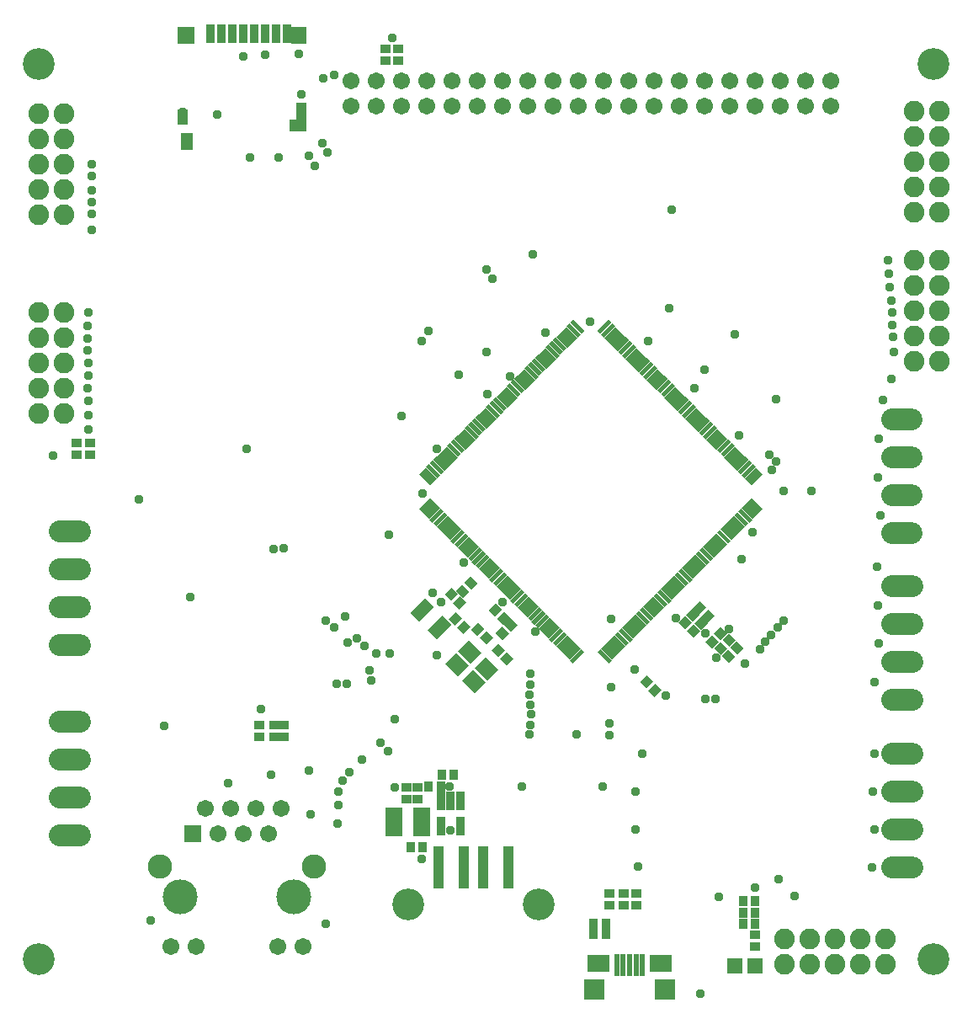
<source format=gbr>
G04 EAGLE Gerber RS-274X export*
G75*
%MOMM*%
%FSLAX34Y34*%
%LPD*%
%INSoldermask Top*%
%IPPOS*%
%AMOC8*
5,1,8,0,0,1.08239X$1,22.5*%
G01*
%ADD10C,3.203200*%
%ADD11R,1.003200X0.903200*%
%ADD12R,0.903200X1.003200*%
%ADD13R,0.603200X2.203200*%
%ADD14R,2.303200X1.803200*%
%ADD15R,2.103200X2.003200*%
%ADD16R,1.503200X1.503200*%
%ADD17C,2.082800*%
%ADD18R,1.711200X1.711200*%
%ADD19C,1.711200*%
%ADD20C,3.502200*%
%ADD21C,2.453200*%
%ADD22R,0.812800X1.828800*%
%ADD23R,1.803200X2.903200*%
%ADD24R,1.103200X4.203200*%
%ADD25R,0.457200X1.574800*%
%ADD26R,2.103200X1.303200*%
%ADD27R,1.803200X1.603200*%
%ADD28C,2.203200*%
%ADD29R,0.903200X1.953200*%
%ADD30R,1.203200X1.753200*%
%ADD31R,1.653200X1.203200*%
%ADD32R,1.703200X1.703200*%
%ADD33R,1.503200X1.703200*%
%ADD34R,1.003200X1.603200*%
%ADD35R,1.003200X1.703200*%
%ADD36C,0.959600*%


D10*
X50000Y950000D03*
X950000Y950000D03*
X950000Y50000D03*
X50000Y50000D03*
D11*
X624000Y116000D03*
X624000Y104000D03*
X638000Y116000D03*
X638000Y104000D03*
X651000Y116000D03*
X651000Y104000D03*
D12*
X608000Y75000D03*
X620000Y75000D03*
X620000Y85000D03*
X608000Y85000D03*
D13*
X631000Y43750D03*
X637500Y43750D03*
X644000Y43750D03*
X650500Y43750D03*
X657000Y43750D03*
D14*
X613000Y45750D03*
X675000Y45750D03*
D15*
X608750Y19000D03*
X679250Y19000D03*
D12*
X770000Y85000D03*
X758000Y85000D03*
X770000Y108000D03*
X758000Y108000D03*
X770000Y96000D03*
X758000Y96000D03*
D16*
X749500Y43000D03*
X770500Y43000D03*
D11*
X770300Y62100D03*
X770300Y74100D03*
D17*
X800000Y45000D03*
X800000Y70400D03*
X825400Y45000D03*
X825400Y70400D03*
X850800Y45000D03*
X850800Y70400D03*
X876200Y45000D03*
X876200Y70400D03*
X901600Y45000D03*
X901600Y70400D03*
D18*
X204500Y175600D03*
D19*
X217200Y201000D03*
X229900Y175600D03*
X242650Y201000D03*
X255350Y175600D03*
X268100Y201000D03*
X280700Y175600D03*
X293450Y201000D03*
D20*
X306150Y112100D03*
X191850Y112100D03*
D19*
X182700Y62200D03*
X208100Y62200D03*
X289900Y62200D03*
X315300Y62200D03*
D21*
X171500Y142600D03*
X326500Y142600D03*
D11*
X296100Y284800D03*
X296100Y272800D03*
X286400Y284800D03*
X286400Y272800D03*
X271100Y285000D03*
X271100Y273000D03*
D12*
X467000Y235000D03*
X455000Y235000D03*
D22*
X473500Y208446D03*
X464000Y208446D03*
X454500Y208446D03*
X454500Y183554D03*
X473500Y183554D03*
D11*
X431000Y222500D03*
X431000Y210500D03*
X420000Y222500D03*
X420000Y210500D03*
D12*
X454000Y223000D03*
X442000Y223000D03*
X436000Y162000D03*
X424000Y162000D03*
D23*
X435000Y188000D03*
X407000Y188000D03*
D10*
X552659Y105000D03*
X421341Y105000D03*
D24*
X477000Y142000D03*
X452000Y142000D03*
X497000Y142000D03*
X522000Y142000D03*
D25*
G36*
X435412Y499207D02*
X432179Y502440D01*
X443314Y513575D01*
X446547Y510342D01*
X435412Y499207D01*
G37*
G36*
X438948Y495671D02*
X435715Y498904D01*
X446850Y510039D01*
X450083Y506806D01*
X438948Y495671D01*
G37*
G36*
X442483Y492136D02*
X439250Y495369D01*
X450385Y506504D01*
X453618Y503271D01*
X442483Y492136D01*
G37*
G36*
X446019Y488600D02*
X442786Y491833D01*
X453921Y502968D01*
X457154Y499735D01*
X446019Y488600D01*
G37*
G36*
X449554Y485065D02*
X446321Y488298D01*
X457456Y499433D01*
X460689Y496200D01*
X449554Y485065D01*
G37*
G36*
X453090Y481529D02*
X449857Y484762D01*
X460992Y495897D01*
X464225Y492664D01*
X453090Y481529D01*
G37*
G36*
X456625Y477994D02*
X453392Y481227D01*
X464527Y492362D01*
X467760Y489129D01*
X456625Y477994D01*
G37*
G36*
X460161Y474458D02*
X456928Y477691D01*
X468063Y488826D01*
X471296Y485593D01*
X460161Y474458D01*
G37*
G36*
X463696Y470923D02*
X460463Y474156D01*
X471598Y485291D01*
X474831Y482058D01*
X463696Y470923D01*
G37*
G36*
X467232Y467387D02*
X463999Y470620D01*
X475134Y481755D01*
X478367Y478522D01*
X467232Y467387D01*
G37*
G36*
X470767Y463852D02*
X467534Y467085D01*
X478669Y478220D01*
X481902Y474987D01*
X470767Y463852D01*
G37*
G36*
X474303Y460316D02*
X471070Y463549D01*
X482205Y474684D01*
X485438Y471451D01*
X474303Y460316D01*
G37*
G36*
X477838Y456781D02*
X474605Y460014D01*
X485740Y471149D01*
X488973Y467916D01*
X477838Y456781D01*
G37*
G36*
X481374Y453245D02*
X478141Y456478D01*
X489276Y467613D01*
X492509Y464380D01*
X481374Y453245D01*
G37*
G36*
X484910Y449710D02*
X481677Y452943D01*
X492812Y464078D01*
X496045Y460845D01*
X484910Y449710D01*
G37*
G36*
X488445Y446174D02*
X485212Y449407D01*
X496347Y460542D01*
X499580Y457309D01*
X488445Y446174D01*
G37*
G36*
X491981Y442638D02*
X488748Y445871D01*
X499883Y457006D01*
X503116Y453773D01*
X491981Y442638D01*
G37*
G36*
X495516Y439103D02*
X492283Y442336D01*
X503418Y453471D01*
X506651Y450238D01*
X495516Y439103D01*
G37*
G36*
X499052Y435567D02*
X495819Y438800D01*
X506954Y449935D01*
X510187Y446702D01*
X499052Y435567D01*
G37*
G36*
X502587Y432032D02*
X499354Y435265D01*
X510489Y446400D01*
X513722Y443167D01*
X502587Y432032D01*
G37*
G36*
X506123Y428496D02*
X502890Y431729D01*
X514025Y442864D01*
X517258Y439631D01*
X506123Y428496D01*
G37*
G36*
X509658Y424961D02*
X506425Y428194D01*
X517560Y439329D01*
X520793Y436096D01*
X509658Y424961D01*
G37*
G36*
X513194Y421425D02*
X509961Y424658D01*
X521096Y435793D01*
X524329Y432560D01*
X513194Y421425D01*
G37*
G36*
X516729Y417890D02*
X513496Y421123D01*
X524631Y432258D01*
X527864Y429025D01*
X516729Y417890D01*
G37*
G36*
X520265Y414354D02*
X517032Y417587D01*
X528167Y428722D01*
X531400Y425489D01*
X520265Y414354D01*
G37*
G36*
X523800Y410819D02*
X520567Y414052D01*
X531702Y425187D01*
X534935Y421954D01*
X523800Y410819D01*
G37*
G36*
X527336Y407283D02*
X524103Y410516D01*
X535238Y421651D01*
X538471Y418418D01*
X527336Y407283D01*
G37*
G36*
X530871Y403748D02*
X527638Y406981D01*
X538773Y418116D01*
X542006Y414883D01*
X530871Y403748D01*
G37*
G36*
X534407Y400212D02*
X531174Y403445D01*
X542309Y414580D01*
X545542Y411347D01*
X534407Y400212D01*
G37*
G36*
X537943Y396677D02*
X534710Y399910D01*
X545845Y411045D01*
X549078Y407812D01*
X537943Y396677D01*
G37*
G36*
X541478Y393141D02*
X538245Y396374D01*
X549380Y407509D01*
X552613Y404276D01*
X541478Y393141D01*
G37*
G36*
X545014Y389605D02*
X541781Y392838D01*
X552916Y403973D01*
X556149Y400740D01*
X545014Y389605D01*
G37*
G36*
X548549Y386070D02*
X545316Y389303D01*
X556451Y400438D01*
X559684Y397205D01*
X548549Y386070D01*
G37*
G36*
X552085Y382534D02*
X548852Y385767D01*
X559987Y396902D01*
X563220Y393669D01*
X552085Y382534D01*
G37*
G36*
X555620Y378999D02*
X552387Y382232D01*
X563522Y393367D01*
X566755Y390134D01*
X555620Y378999D01*
G37*
G36*
X559156Y375463D02*
X555923Y378696D01*
X567058Y389831D01*
X570291Y386598D01*
X559156Y375463D01*
G37*
G36*
X562691Y371928D02*
X559458Y375161D01*
X570593Y386296D01*
X573826Y383063D01*
X562691Y371928D01*
G37*
G36*
X566227Y368392D02*
X562994Y371625D01*
X574129Y382760D01*
X577362Y379527D01*
X566227Y368392D01*
G37*
G36*
X569762Y364857D02*
X566529Y368090D01*
X577664Y379225D01*
X580897Y375992D01*
X569762Y364857D01*
G37*
G36*
X573298Y361321D02*
X570065Y364554D01*
X581200Y375689D01*
X584433Y372456D01*
X573298Y361321D01*
G37*
G36*
X576833Y357786D02*
X573600Y361019D01*
X584735Y372154D01*
X587968Y368921D01*
X576833Y357786D01*
G37*
G36*
X580369Y354250D02*
X577136Y357483D01*
X588271Y368618D01*
X591504Y365385D01*
X580369Y354250D01*
G37*
G36*
X583904Y350715D02*
X580671Y353948D01*
X591806Y365083D01*
X595039Y361850D01*
X583904Y350715D01*
G37*
G36*
X587440Y347179D02*
X584207Y350412D01*
X595342Y361547D01*
X598575Y358314D01*
X587440Y347179D01*
G37*
G36*
X611425Y358314D02*
X614658Y361547D01*
X625793Y350412D01*
X622560Y347179D01*
X611425Y358314D01*
G37*
G36*
X614961Y361850D02*
X618194Y365083D01*
X629329Y353948D01*
X626096Y350715D01*
X614961Y361850D01*
G37*
G36*
X618496Y365385D02*
X621729Y368618D01*
X632864Y357483D01*
X629631Y354250D01*
X618496Y365385D01*
G37*
G36*
X622032Y368921D02*
X625265Y372154D01*
X636400Y361019D01*
X633167Y357786D01*
X622032Y368921D01*
G37*
G36*
X625567Y372456D02*
X628800Y375689D01*
X639935Y364554D01*
X636702Y361321D01*
X625567Y372456D01*
G37*
G36*
X629103Y375992D02*
X632336Y379225D01*
X643471Y368090D01*
X640238Y364857D01*
X629103Y375992D01*
G37*
G36*
X632638Y379527D02*
X635871Y382760D01*
X647006Y371625D01*
X643773Y368392D01*
X632638Y379527D01*
G37*
G36*
X636174Y383063D02*
X639407Y386296D01*
X650542Y375161D01*
X647309Y371928D01*
X636174Y383063D01*
G37*
G36*
X639709Y386598D02*
X642942Y389831D01*
X654077Y378696D01*
X650844Y375463D01*
X639709Y386598D01*
G37*
G36*
X643245Y390134D02*
X646478Y393367D01*
X657613Y382232D01*
X654380Y378999D01*
X643245Y390134D01*
G37*
G36*
X646780Y393669D02*
X650013Y396902D01*
X661148Y385767D01*
X657915Y382534D01*
X646780Y393669D01*
G37*
G36*
X650316Y397205D02*
X653549Y400438D01*
X664684Y389303D01*
X661451Y386070D01*
X650316Y397205D01*
G37*
G36*
X653851Y400740D02*
X657084Y403973D01*
X668219Y392838D01*
X664986Y389605D01*
X653851Y400740D01*
G37*
G36*
X657387Y404276D02*
X660620Y407509D01*
X671755Y396374D01*
X668522Y393141D01*
X657387Y404276D01*
G37*
G36*
X660922Y407812D02*
X664155Y411045D01*
X675290Y399910D01*
X672057Y396677D01*
X660922Y407812D01*
G37*
G36*
X664458Y411347D02*
X667691Y414580D01*
X678826Y403445D01*
X675593Y400212D01*
X664458Y411347D01*
G37*
G36*
X667994Y414883D02*
X671227Y418116D01*
X682362Y406981D01*
X679129Y403748D01*
X667994Y414883D01*
G37*
G36*
X671529Y418418D02*
X674762Y421651D01*
X685897Y410516D01*
X682664Y407283D01*
X671529Y418418D01*
G37*
G36*
X675065Y421954D02*
X678298Y425187D01*
X689433Y414052D01*
X686200Y410819D01*
X675065Y421954D01*
G37*
G36*
X678600Y425489D02*
X681833Y428722D01*
X692968Y417587D01*
X689735Y414354D01*
X678600Y425489D01*
G37*
G36*
X682136Y429025D02*
X685369Y432258D01*
X696504Y421123D01*
X693271Y417890D01*
X682136Y429025D01*
G37*
G36*
X685671Y432560D02*
X688904Y435793D01*
X700039Y424658D01*
X696806Y421425D01*
X685671Y432560D01*
G37*
G36*
X689207Y436096D02*
X692440Y439329D01*
X703575Y428194D01*
X700342Y424961D01*
X689207Y436096D01*
G37*
G36*
X692742Y439631D02*
X695975Y442864D01*
X707110Y431729D01*
X703877Y428496D01*
X692742Y439631D01*
G37*
G36*
X696278Y443167D02*
X699511Y446400D01*
X710646Y435265D01*
X707413Y432032D01*
X696278Y443167D01*
G37*
G36*
X699813Y446702D02*
X703046Y449935D01*
X714181Y438800D01*
X710948Y435567D01*
X699813Y446702D01*
G37*
G36*
X703349Y450238D02*
X706582Y453471D01*
X717717Y442336D01*
X714484Y439103D01*
X703349Y450238D01*
G37*
G36*
X706884Y453773D02*
X710117Y457006D01*
X721252Y445871D01*
X718019Y442638D01*
X706884Y453773D01*
G37*
G36*
X710420Y457309D02*
X713653Y460542D01*
X724788Y449407D01*
X721555Y446174D01*
X710420Y457309D01*
G37*
G36*
X713955Y460845D02*
X717188Y464078D01*
X728323Y452943D01*
X725090Y449710D01*
X713955Y460845D01*
G37*
G36*
X717491Y464380D02*
X720724Y467613D01*
X731859Y456478D01*
X728626Y453245D01*
X717491Y464380D01*
G37*
G36*
X721027Y467916D02*
X724260Y471149D01*
X735395Y460014D01*
X732162Y456781D01*
X721027Y467916D01*
G37*
G36*
X724562Y471451D02*
X727795Y474684D01*
X738930Y463549D01*
X735697Y460316D01*
X724562Y471451D01*
G37*
G36*
X728098Y474987D02*
X731331Y478220D01*
X742466Y467085D01*
X739233Y463852D01*
X728098Y474987D01*
G37*
G36*
X731633Y478522D02*
X734866Y481755D01*
X746001Y470620D01*
X742768Y467387D01*
X731633Y478522D01*
G37*
G36*
X735169Y482058D02*
X738402Y485291D01*
X749537Y474156D01*
X746304Y470923D01*
X735169Y482058D01*
G37*
G36*
X738704Y485593D02*
X741937Y488826D01*
X753072Y477691D01*
X749839Y474458D01*
X738704Y485593D01*
G37*
G36*
X742240Y489129D02*
X745473Y492362D01*
X756608Y481227D01*
X753375Y477994D01*
X742240Y489129D01*
G37*
G36*
X745775Y492664D02*
X749008Y495897D01*
X760143Y484762D01*
X756910Y481529D01*
X745775Y492664D01*
G37*
G36*
X749311Y496200D02*
X752544Y499433D01*
X763679Y488298D01*
X760446Y485065D01*
X749311Y496200D01*
G37*
G36*
X752846Y499735D02*
X756079Y502968D01*
X767214Y491833D01*
X763981Y488600D01*
X752846Y499735D01*
G37*
G36*
X756382Y503271D02*
X759615Y506504D01*
X770750Y495369D01*
X767517Y492136D01*
X756382Y503271D01*
G37*
G36*
X759917Y506806D02*
X763150Y510039D01*
X774285Y498904D01*
X771052Y495671D01*
X759917Y506806D01*
G37*
G36*
X763453Y510342D02*
X766686Y513575D01*
X777821Y502440D01*
X774588Y499207D01*
X763453Y510342D01*
G37*
G36*
X766686Y526425D02*
X763453Y529658D01*
X774588Y540793D01*
X777821Y537560D01*
X766686Y526425D01*
G37*
G36*
X763150Y529961D02*
X759917Y533194D01*
X771052Y544329D01*
X774285Y541096D01*
X763150Y529961D01*
G37*
G36*
X759615Y533496D02*
X756382Y536729D01*
X767517Y547864D01*
X770750Y544631D01*
X759615Y533496D01*
G37*
G36*
X756079Y537032D02*
X752846Y540265D01*
X763981Y551400D01*
X767214Y548167D01*
X756079Y537032D01*
G37*
G36*
X752544Y540567D02*
X749311Y543800D01*
X760446Y554935D01*
X763679Y551702D01*
X752544Y540567D01*
G37*
G36*
X749008Y544103D02*
X745775Y547336D01*
X756910Y558471D01*
X760143Y555238D01*
X749008Y544103D01*
G37*
G36*
X745473Y547638D02*
X742240Y550871D01*
X753375Y562006D01*
X756608Y558773D01*
X745473Y547638D01*
G37*
G36*
X741937Y551174D02*
X738704Y554407D01*
X749839Y565542D01*
X753072Y562309D01*
X741937Y551174D01*
G37*
G36*
X738402Y554709D02*
X735169Y557942D01*
X746304Y569077D01*
X749537Y565844D01*
X738402Y554709D01*
G37*
G36*
X734866Y558245D02*
X731633Y561478D01*
X742768Y572613D01*
X746001Y569380D01*
X734866Y558245D01*
G37*
G36*
X731331Y561780D02*
X728098Y565013D01*
X739233Y576148D01*
X742466Y572915D01*
X731331Y561780D01*
G37*
G36*
X727795Y565316D02*
X724562Y568549D01*
X735697Y579684D01*
X738930Y576451D01*
X727795Y565316D01*
G37*
G36*
X724260Y568851D02*
X721027Y572084D01*
X732162Y583219D01*
X735395Y579986D01*
X724260Y568851D01*
G37*
G36*
X720724Y572387D02*
X717491Y575620D01*
X728626Y586755D01*
X731859Y583522D01*
X720724Y572387D01*
G37*
G36*
X717188Y575922D02*
X713955Y579155D01*
X725090Y590290D01*
X728323Y587057D01*
X717188Y575922D01*
G37*
G36*
X713653Y579458D02*
X710420Y582691D01*
X721555Y593826D01*
X724788Y590593D01*
X713653Y579458D01*
G37*
G36*
X710117Y582994D02*
X706884Y586227D01*
X718019Y597362D01*
X721252Y594129D01*
X710117Y582994D01*
G37*
G36*
X706582Y586529D02*
X703349Y589762D01*
X714484Y600897D01*
X717717Y597664D01*
X706582Y586529D01*
G37*
G36*
X703046Y590065D02*
X699813Y593298D01*
X710948Y604433D01*
X714181Y601200D01*
X703046Y590065D01*
G37*
G36*
X699511Y593600D02*
X696278Y596833D01*
X707413Y607968D01*
X710646Y604735D01*
X699511Y593600D01*
G37*
G36*
X695975Y597136D02*
X692742Y600369D01*
X703877Y611504D01*
X707110Y608271D01*
X695975Y597136D01*
G37*
G36*
X692440Y600671D02*
X689207Y603904D01*
X700342Y615039D01*
X703575Y611806D01*
X692440Y600671D01*
G37*
G36*
X688904Y604207D02*
X685671Y607440D01*
X696806Y618575D01*
X700039Y615342D01*
X688904Y604207D01*
G37*
G36*
X685369Y607742D02*
X682136Y610975D01*
X693271Y622110D01*
X696504Y618877D01*
X685369Y607742D01*
G37*
G36*
X681833Y611278D02*
X678600Y614511D01*
X689735Y625646D01*
X692968Y622413D01*
X681833Y611278D01*
G37*
G36*
X678298Y614813D02*
X675065Y618046D01*
X686200Y629181D01*
X689433Y625948D01*
X678298Y614813D01*
G37*
G36*
X674762Y618349D02*
X671529Y621582D01*
X682664Y632717D01*
X685897Y629484D01*
X674762Y618349D01*
G37*
G36*
X671227Y621884D02*
X667994Y625117D01*
X679129Y636252D01*
X682362Y633019D01*
X671227Y621884D01*
G37*
G36*
X667691Y625420D02*
X664458Y628653D01*
X675593Y639788D01*
X678826Y636555D01*
X667691Y625420D01*
G37*
G36*
X664155Y628955D02*
X660922Y632188D01*
X672057Y643323D01*
X675290Y640090D01*
X664155Y628955D01*
G37*
G36*
X660620Y632491D02*
X657387Y635724D01*
X668522Y646859D01*
X671755Y643626D01*
X660620Y632491D01*
G37*
G36*
X657084Y636027D02*
X653851Y639260D01*
X664986Y650395D01*
X668219Y647162D01*
X657084Y636027D01*
G37*
G36*
X653549Y639562D02*
X650316Y642795D01*
X661451Y653930D01*
X664684Y650697D01*
X653549Y639562D01*
G37*
G36*
X650013Y643098D02*
X646780Y646331D01*
X657915Y657466D01*
X661148Y654233D01*
X650013Y643098D01*
G37*
G36*
X646478Y646633D02*
X643245Y649866D01*
X654380Y661001D01*
X657613Y657768D01*
X646478Y646633D01*
G37*
G36*
X642942Y650169D02*
X639709Y653402D01*
X650844Y664537D01*
X654077Y661304D01*
X642942Y650169D01*
G37*
G36*
X639407Y653704D02*
X636174Y656937D01*
X647309Y668072D01*
X650542Y664839D01*
X639407Y653704D01*
G37*
G36*
X635871Y657240D02*
X632638Y660473D01*
X643773Y671608D01*
X647006Y668375D01*
X635871Y657240D01*
G37*
G36*
X632336Y660775D02*
X629103Y664008D01*
X640238Y675143D01*
X643471Y671910D01*
X632336Y660775D01*
G37*
G36*
X628800Y664311D02*
X625567Y667544D01*
X636702Y678679D01*
X639935Y675446D01*
X628800Y664311D01*
G37*
G36*
X625265Y667846D02*
X622032Y671079D01*
X633167Y682214D01*
X636400Y678981D01*
X625265Y667846D01*
G37*
G36*
X621729Y671382D02*
X618496Y674615D01*
X629631Y685750D01*
X632864Y682517D01*
X621729Y671382D01*
G37*
G36*
X618194Y674917D02*
X614961Y678150D01*
X626096Y689285D01*
X629329Y686052D01*
X618194Y674917D01*
G37*
G36*
X614658Y678453D02*
X611425Y681686D01*
X622560Y692821D01*
X625793Y689588D01*
X614658Y678453D01*
G37*
G36*
X584207Y689588D02*
X587440Y692821D01*
X598575Y681686D01*
X595342Y678453D01*
X584207Y689588D01*
G37*
G36*
X580671Y686052D02*
X583904Y689285D01*
X595039Y678150D01*
X591806Y674917D01*
X580671Y686052D01*
G37*
G36*
X577136Y682517D02*
X580369Y685750D01*
X591504Y674615D01*
X588271Y671382D01*
X577136Y682517D01*
G37*
G36*
X573600Y678981D02*
X576833Y682214D01*
X587968Y671079D01*
X584735Y667846D01*
X573600Y678981D01*
G37*
G36*
X570065Y675446D02*
X573298Y678679D01*
X584433Y667544D01*
X581200Y664311D01*
X570065Y675446D01*
G37*
G36*
X566529Y671910D02*
X569762Y675143D01*
X580897Y664008D01*
X577664Y660775D01*
X566529Y671910D01*
G37*
G36*
X562994Y668375D02*
X566227Y671608D01*
X577362Y660473D01*
X574129Y657240D01*
X562994Y668375D01*
G37*
G36*
X559458Y664839D02*
X562691Y668072D01*
X573826Y656937D01*
X570593Y653704D01*
X559458Y664839D01*
G37*
G36*
X555923Y661304D02*
X559156Y664537D01*
X570291Y653402D01*
X567058Y650169D01*
X555923Y661304D01*
G37*
G36*
X552387Y657768D02*
X555620Y661001D01*
X566755Y649866D01*
X563522Y646633D01*
X552387Y657768D01*
G37*
G36*
X548852Y654233D02*
X552085Y657466D01*
X563220Y646331D01*
X559987Y643098D01*
X548852Y654233D01*
G37*
G36*
X545316Y650697D02*
X548549Y653930D01*
X559684Y642795D01*
X556451Y639562D01*
X545316Y650697D01*
G37*
G36*
X541781Y647162D02*
X545014Y650395D01*
X556149Y639260D01*
X552916Y636027D01*
X541781Y647162D01*
G37*
G36*
X538245Y643626D02*
X541478Y646859D01*
X552613Y635724D01*
X549380Y632491D01*
X538245Y643626D01*
G37*
G36*
X534710Y640090D02*
X537943Y643323D01*
X549078Y632188D01*
X545845Y628955D01*
X534710Y640090D01*
G37*
G36*
X531174Y636555D02*
X534407Y639788D01*
X545542Y628653D01*
X542309Y625420D01*
X531174Y636555D01*
G37*
G36*
X527638Y633019D02*
X530871Y636252D01*
X542006Y625117D01*
X538773Y621884D01*
X527638Y633019D01*
G37*
G36*
X524103Y629484D02*
X527336Y632717D01*
X538471Y621582D01*
X535238Y618349D01*
X524103Y629484D01*
G37*
G36*
X520567Y625948D02*
X523800Y629181D01*
X534935Y618046D01*
X531702Y614813D01*
X520567Y625948D01*
G37*
G36*
X517032Y622413D02*
X520265Y625646D01*
X531400Y614511D01*
X528167Y611278D01*
X517032Y622413D01*
G37*
G36*
X513496Y618877D02*
X516729Y622110D01*
X527864Y610975D01*
X524631Y607742D01*
X513496Y618877D01*
G37*
G36*
X509961Y615342D02*
X513194Y618575D01*
X524329Y607440D01*
X521096Y604207D01*
X509961Y615342D01*
G37*
G36*
X506425Y611806D02*
X509658Y615039D01*
X520793Y603904D01*
X517560Y600671D01*
X506425Y611806D01*
G37*
G36*
X502890Y608271D02*
X506123Y611504D01*
X517258Y600369D01*
X514025Y597136D01*
X502890Y608271D01*
G37*
G36*
X499354Y604735D02*
X502587Y607968D01*
X513722Y596833D01*
X510489Y593600D01*
X499354Y604735D01*
G37*
G36*
X495819Y601200D02*
X499052Y604433D01*
X510187Y593298D01*
X506954Y590065D01*
X495819Y601200D01*
G37*
G36*
X492283Y597664D02*
X495516Y600897D01*
X506651Y589762D01*
X503418Y586529D01*
X492283Y597664D01*
G37*
G36*
X488748Y594129D02*
X491981Y597362D01*
X503116Y586227D01*
X499883Y582994D01*
X488748Y594129D01*
G37*
G36*
X485212Y590593D02*
X488445Y593826D01*
X499580Y582691D01*
X496347Y579458D01*
X485212Y590593D01*
G37*
G36*
X481677Y587057D02*
X484910Y590290D01*
X496045Y579155D01*
X492812Y575922D01*
X481677Y587057D01*
G37*
G36*
X478141Y583522D02*
X481374Y586755D01*
X492509Y575620D01*
X489276Y572387D01*
X478141Y583522D01*
G37*
G36*
X474605Y579986D02*
X477838Y583219D01*
X488973Y572084D01*
X485740Y568851D01*
X474605Y579986D01*
G37*
G36*
X471070Y576451D02*
X474303Y579684D01*
X485438Y568549D01*
X482205Y565316D01*
X471070Y576451D01*
G37*
G36*
X467534Y572915D02*
X470767Y576148D01*
X481902Y565013D01*
X478669Y561780D01*
X467534Y572915D01*
G37*
G36*
X463999Y569380D02*
X467232Y572613D01*
X478367Y561478D01*
X475134Y558245D01*
X463999Y569380D01*
G37*
G36*
X460463Y565844D02*
X463696Y569077D01*
X474831Y557942D01*
X471598Y554709D01*
X460463Y565844D01*
G37*
G36*
X456928Y562309D02*
X460161Y565542D01*
X471296Y554407D01*
X468063Y551174D01*
X456928Y562309D01*
G37*
G36*
X453392Y558773D02*
X456625Y562006D01*
X467760Y550871D01*
X464527Y547638D01*
X453392Y558773D01*
G37*
G36*
X449857Y555238D02*
X453090Y558471D01*
X464225Y547336D01*
X460992Y544103D01*
X449857Y555238D01*
G37*
G36*
X446321Y551702D02*
X449554Y554935D01*
X460689Y543800D01*
X457456Y540567D01*
X446321Y551702D01*
G37*
G36*
X442786Y548167D02*
X446019Y551400D01*
X457154Y540265D01*
X453921Y537032D01*
X442786Y548167D01*
G37*
G36*
X439250Y544631D02*
X442483Y547864D01*
X453618Y536729D01*
X450385Y533496D01*
X439250Y544631D01*
G37*
G36*
X435715Y541096D02*
X438948Y544329D01*
X450083Y533194D01*
X446850Y529961D01*
X435715Y541096D01*
G37*
G36*
X432179Y537560D02*
X435412Y540793D01*
X446547Y529658D01*
X443314Y526425D01*
X432179Y537560D01*
G37*
D11*
G36*
X706534Y388589D02*
X699441Y381496D01*
X693054Y387883D01*
X700147Y394976D01*
X706534Y388589D01*
G37*
G36*
X715019Y380104D02*
X707926Y373011D01*
X701539Y379398D01*
X708632Y386491D01*
X715019Y380104D01*
G37*
G36*
X484871Y421234D02*
X477778Y428327D01*
X484165Y434714D01*
X491258Y427621D01*
X484871Y421234D01*
G37*
G36*
X476386Y412749D02*
X469293Y419842D01*
X475680Y426229D01*
X482773Y419136D01*
X476386Y412749D01*
G37*
G36*
X466336Y407826D02*
X473429Y414919D01*
X479816Y408532D01*
X472723Y401439D01*
X466336Y407826D01*
G37*
G36*
X457851Y416311D02*
X464944Y423404D01*
X471331Y417017D01*
X464238Y409924D01*
X457851Y416311D01*
G37*
G36*
X475745Y392256D02*
X468652Y385163D01*
X462265Y391550D01*
X469358Y398643D01*
X475745Y392256D01*
G37*
G36*
X484231Y383770D02*
X477138Y376677D01*
X470751Y383064D01*
X477844Y390157D01*
X484231Y383770D01*
G37*
D26*
G36*
X447277Y403651D02*
X432406Y388780D01*
X423191Y397995D01*
X438062Y412866D01*
X447277Y403651D01*
G37*
G36*
X464954Y385973D02*
X450083Y371102D01*
X440868Y380317D01*
X455739Y395188D01*
X464954Y385973D01*
G37*
D27*
G36*
X483670Y346707D02*
X470920Y359457D01*
X482256Y370793D01*
X495006Y358043D01*
X483670Y346707D01*
G37*
G36*
X470942Y333979D02*
X458192Y346729D01*
X469528Y358065D01*
X482278Y345315D01*
X470942Y333979D01*
G37*
G36*
X487913Y317009D02*
X475163Y329759D01*
X486499Y341095D01*
X499249Y328345D01*
X487913Y317009D01*
G37*
G36*
X500641Y329737D02*
X487891Y342487D01*
X499227Y353823D01*
X511977Y341073D01*
X500641Y329737D01*
G37*
D11*
G36*
X493244Y372420D02*
X500337Y379513D01*
X506724Y373126D01*
X499631Y366033D01*
X493244Y372420D01*
G37*
G36*
X484759Y380905D02*
X491852Y387998D01*
X498239Y381611D01*
X491146Y374518D01*
X484759Y380905D01*
G37*
G36*
X518664Y360603D02*
X511571Y353510D01*
X505184Y359897D01*
X512277Y366990D01*
X518664Y360603D01*
G37*
G36*
X527149Y352117D02*
X520056Y345024D01*
X513669Y351411D01*
X520762Y358504D01*
X527149Y352117D01*
G37*
G36*
X716252Y394025D02*
X723345Y401118D01*
X729732Y394731D01*
X722639Y387638D01*
X716252Y394025D01*
G37*
G36*
X707767Y402510D02*
X714860Y409603D01*
X721247Y403216D01*
X714154Y396123D01*
X707767Y402510D01*
G37*
G36*
X709338Y387110D02*
X716431Y394203D01*
X722818Y387816D01*
X715725Y380723D01*
X709338Y387110D01*
G37*
G36*
X700852Y395596D02*
X707945Y402689D01*
X714332Y396302D01*
X707239Y389209D01*
X700852Y395596D01*
G37*
G36*
X744336Y363845D02*
X737243Y370938D01*
X743630Y377325D01*
X750723Y370232D01*
X744336Y363845D01*
G37*
G36*
X735850Y355360D02*
X728757Y362453D01*
X735144Y368840D01*
X742237Y361747D01*
X735850Y355360D01*
G37*
G36*
X735771Y370490D02*
X728678Y377583D01*
X735065Y383970D01*
X742158Y376877D01*
X735771Y370490D01*
G37*
G36*
X727285Y362005D02*
X720192Y369098D01*
X726579Y375485D01*
X733672Y368392D01*
X727285Y362005D01*
G37*
G36*
X515565Y401206D02*
X508472Y394113D01*
X502085Y400500D01*
X509178Y407593D01*
X515565Y401206D01*
G37*
G36*
X524050Y392721D02*
X516957Y385628D01*
X510570Y392015D01*
X517663Y399108D01*
X524050Y392721D01*
G37*
G36*
X743050Y360888D02*
X750143Y353795D01*
X743756Y347408D01*
X736663Y354501D01*
X743050Y360888D01*
G37*
G36*
X751535Y369373D02*
X758628Y362280D01*
X752241Y355893D01*
X745148Y362986D01*
X751535Y369373D01*
G37*
D17*
X930000Y902000D03*
X955400Y902000D03*
X930000Y876600D03*
X955400Y876600D03*
X930000Y851200D03*
X955400Y851200D03*
X930000Y825800D03*
X955400Y825800D03*
X930000Y800400D03*
X955400Y800400D03*
D11*
G36*
X515590Y384057D02*
X522683Y376964D01*
X516296Y370577D01*
X509203Y377670D01*
X515590Y384057D01*
G37*
G36*
X524075Y392543D02*
X531168Y385450D01*
X524781Y379063D01*
X517688Y386156D01*
X524075Y392543D01*
G37*
G36*
X662617Y319768D02*
X669710Y326861D01*
X676097Y320474D01*
X669004Y313381D01*
X662617Y319768D01*
G37*
G36*
X654132Y328254D02*
X661225Y335347D01*
X667612Y328960D01*
X660519Y321867D01*
X654132Y328254D01*
G37*
X398525Y965177D03*
X398525Y953177D03*
X411313Y965153D03*
X411313Y953153D03*
D19*
X363700Y907300D03*
X363700Y932700D03*
X389100Y907300D03*
X389100Y932700D03*
X414500Y907300D03*
X414500Y932700D03*
X439900Y907300D03*
X439900Y932700D03*
X465300Y907300D03*
X465300Y932700D03*
X490700Y907300D03*
X490700Y932700D03*
X516100Y907300D03*
X516100Y932700D03*
X541500Y907300D03*
X541500Y932700D03*
X566900Y907300D03*
X566900Y932700D03*
X592300Y907300D03*
X592300Y932700D03*
X617700Y907300D03*
X617700Y932700D03*
X643100Y907300D03*
X643100Y932700D03*
X668500Y907300D03*
X668500Y932700D03*
X693900Y907300D03*
X693900Y932700D03*
X719300Y907300D03*
X719300Y932700D03*
X744700Y907300D03*
X744700Y932700D03*
X770100Y907300D03*
X770100Y932700D03*
X795500Y907300D03*
X795500Y932700D03*
X820900Y907300D03*
X820900Y932700D03*
X846300Y907300D03*
X846300Y932700D03*
D28*
X91000Y480000D02*
X71000Y480000D01*
X71000Y441900D02*
X91000Y441900D01*
X91000Y403800D02*
X71000Y403800D01*
X71000Y365700D02*
X91000Y365700D01*
X91000Y288000D02*
X71000Y288000D01*
X71000Y249900D02*
X91000Y249900D01*
X91000Y211800D02*
X71000Y211800D01*
X71000Y173700D02*
X91000Y173700D01*
X908500Y142000D02*
X928500Y142000D01*
X928500Y180100D02*
X908500Y180100D01*
X908500Y218200D02*
X928500Y218200D01*
X928500Y256300D02*
X908500Y256300D01*
X908500Y310500D02*
X928500Y310500D01*
X928500Y348600D02*
X908500Y348600D01*
X908500Y386700D02*
X928500Y386700D01*
X928500Y424800D02*
X908500Y424800D01*
X908000Y478000D02*
X928000Y478000D01*
X928000Y516100D02*
X908000Y516100D01*
X908000Y554200D02*
X928000Y554200D01*
X928000Y592300D02*
X908000Y592300D01*
D17*
X930000Y752000D03*
X955400Y752000D03*
X930000Y726600D03*
X955400Y726600D03*
X930000Y701200D03*
X955400Y701200D03*
X930000Y675800D03*
X955400Y675800D03*
X930000Y650400D03*
X955400Y650400D03*
X50000Y700000D03*
X75400Y700000D03*
X50000Y674600D03*
X75400Y674600D03*
X50000Y649200D03*
X75400Y649200D03*
X50000Y623800D03*
X75400Y623800D03*
X50000Y598400D03*
X75400Y598400D03*
X50000Y900000D03*
X75400Y900000D03*
X50000Y874600D03*
X75400Y874600D03*
X50000Y849200D03*
X75400Y849200D03*
X50000Y823800D03*
X75400Y823800D03*
X50000Y798400D03*
X75400Y798400D03*
D11*
X88000Y557000D03*
X88000Y569000D03*
X101000Y557000D03*
X101000Y569000D03*
D29*
X222000Y979750D03*
X233000Y979750D03*
X244000Y979750D03*
X255000Y979750D03*
X266000Y979750D03*
X277000Y979750D03*
X288000Y979750D03*
X299000Y979750D03*
D30*
X198250Y871750D03*
D31*
X310250Y887500D03*
D32*
X197500Y978500D03*
D33*
X311000Y978500D03*
D34*
X194250Y896000D03*
D35*
X313500Y902500D03*
D36*
X150000Y512000D03*
X283000Y235500D03*
X323000Y195500D03*
X273000Y301500D03*
X338000Y85500D03*
X162000Y88500D03*
X176000Y284500D03*
X351000Y205000D03*
X464000Y179000D03*
X450000Y355000D03*
X436081Y518172D03*
X625000Y323000D03*
X720000Y377000D03*
X686000Y803000D03*
X684000Y704000D03*
X547000Y758000D03*
X604000Y691000D03*
X625000Y392000D03*
X799000Y520000D03*
X202000Y414000D03*
X259000Y563000D03*
X810000Y113000D03*
X454000Y409000D03*
X277000Y959000D03*
X760000Y347000D03*
X680000Y315000D03*
X791000Y613000D03*
X750000Y678000D03*
X770000Y122000D03*
X240000Y226500D03*
X350300Y185700D03*
X690350Y392650D03*
X767224Y478776D03*
X754000Y576000D03*
X709500Y623500D03*
X663000Y671000D03*
X559000Y680000D03*
X524000Y635912D03*
X501000Y618000D03*
X450000Y563000D03*
X516000Y409000D03*
X549000Y379000D03*
X649350Y340650D03*
X405000Y976000D03*
X730844Y352422D03*
X64000Y556000D03*
X255000Y957000D03*
X407500Y291000D03*
X401000Y259000D03*
X382000Y340000D03*
X403000Y357000D03*
X389000Y356924D03*
X384000Y330000D03*
X393500Y267004D03*
X355000Y229500D03*
X351000Y218500D03*
X362000Y238000D03*
X358000Y394000D03*
X377088Y365000D03*
X349400Y326500D03*
X347000Y383000D03*
X360000Y368000D03*
X359500Y326600D03*
X338000Y390000D03*
X370000Y372000D03*
X472000Y637000D03*
X374324Y250500D03*
X296000Y463000D03*
X321000Y239500D03*
X414128Y596128D03*
X286000Y462000D03*
X435000Y150000D03*
X445476Y417976D03*
X463194Y223000D03*
X617000Y223000D03*
X536000Y223000D03*
X757000Y452000D03*
X408000Y222500D03*
X734000Y112000D03*
X794000Y130400D03*
X715000Y15000D03*
X229000Y899000D03*
X194250Y901000D03*
X311000Y960000D03*
X314000Y919000D03*
X784200Y556576D03*
X791100Y549800D03*
X744068Y381468D03*
X719000Y642000D03*
X827000Y520000D03*
X786700Y541600D03*
X500000Y660000D03*
X543500Y275500D03*
X99000Y662000D03*
X99000Y624000D03*
X103000Y799000D03*
X904000Y752000D03*
X100000Y597000D03*
X103000Y783000D03*
X442000Y681000D03*
X103000Y811000D03*
X99000Y674000D03*
X99000Y686000D03*
X100000Y700000D03*
X103000Y823000D03*
X103000Y837000D03*
X103000Y849000D03*
X435150Y670850D03*
X909000Y675000D03*
X908000Y687000D03*
X908000Y700000D03*
X907000Y712000D03*
X100000Y611000D03*
X100000Y636000D03*
X99500Y649500D03*
X506000Y734000D03*
X500000Y743000D03*
X895000Y367000D03*
X890000Y328000D03*
X893000Y444500D03*
X896000Y496000D03*
X893500Y405500D03*
X895000Y573000D03*
X899000Y612000D03*
X894000Y534000D03*
X905000Y739000D03*
X100000Y582000D03*
X402000Y476000D03*
X591000Y276000D03*
X624000Y275000D03*
X652500Y142500D03*
X888000Y142000D03*
X544000Y336912D03*
X543813Y325687D03*
X543424Y315376D03*
X544500Y305500D03*
X544688Y295673D03*
X543924Y285376D03*
X624000Y287000D03*
X650000Y180000D03*
X890000Y180100D03*
X906000Y725000D03*
X907000Y633000D03*
X910000Y660000D03*
X477155Y448345D03*
X720500Y311500D03*
X649500Y218000D03*
X889000Y218200D03*
X730500Y311500D03*
X656588Y255924D03*
X890000Y256300D03*
X799000Y390000D03*
X775000Y361000D03*
X780504Y368500D03*
X786000Y376000D03*
X793000Y383000D03*
X327000Y847000D03*
X261876Y855424D03*
X340000Y861000D03*
X347000Y939000D03*
X335000Y870000D03*
X336000Y935000D03*
X321000Y857000D03*
X291000Y856000D03*
M02*

</source>
